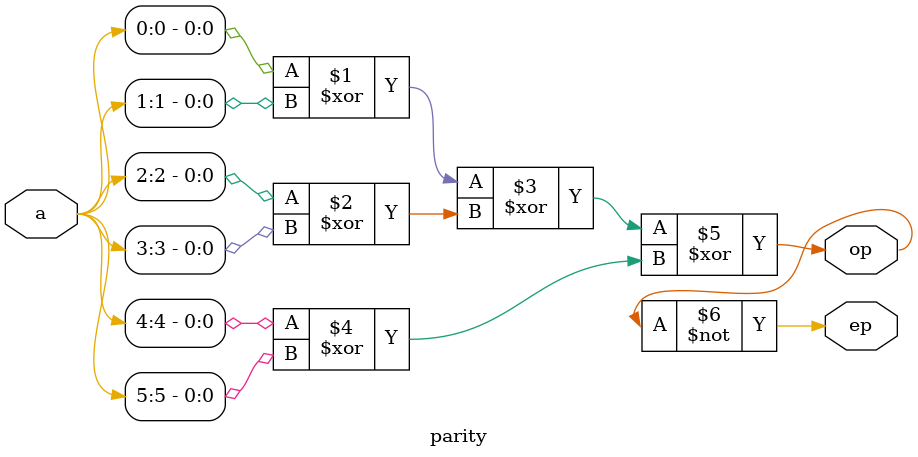
<source format=v>
`timescale 1ns / 1ps


module parity(input[5:0]a,output ep,op);
assign op=((a[0]^a[1])^(a[2]^a[3]))^(a[4]^a[5]);//odd parity
assign ep=~op;//even parity

endmodule

</source>
